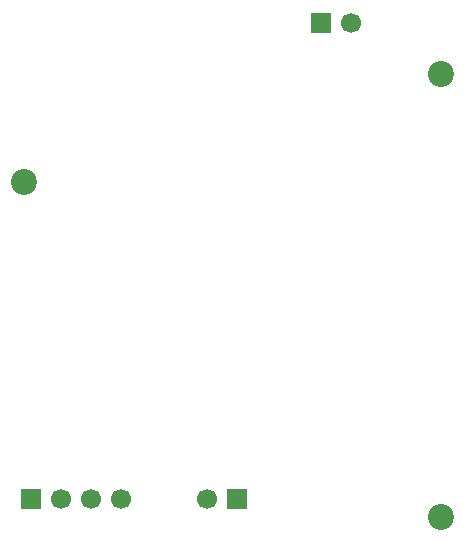
<source format=gbr>
%TF.GenerationSoftware,KiCad,Pcbnew,9.0.6*%
%TF.CreationDate,2025-12-31T00:22:08+05:30*%
%TF.ProjectId,c16qs-carrier-board,63313671-732d-4636-9172-726965722d62,rev?*%
%TF.SameCoordinates,Original*%
%TF.FileFunction,Soldermask,Bot*%
%TF.FilePolarity,Negative*%
%FSLAX46Y46*%
G04 Gerber Fmt 4.6, Leading zero omitted, Abs format (unit mm)*
G04 Created by KiCad (PCBNEW 9.0.6) date 2025-12-31 00:22:08*
%MOMM*%
%LPD*%
G01*
G04 APERTURE LIST*
%ADD10C,2.200000*%
%ADD11R,1.700000X1.700000*%
%ADD12C,1.700000*%
G04 APERTURE END LIST*
D10*
%TO.C,REF\u002A\u002A*%
X112500000Y-68850000D03*
%TD*%
D11*
%TO.C,J1*%
X137625000Y-55400000D03*
D12*
X140165000Y-55400000D03*
%TD*%
D11*
%TO.C,J2*%
X130550000Y-95700000D03*
D12*
X128010000Y-95700000D03*
%TD*%
D10*
%TO.C,REF\u002A\u002A*%
X147800000Y-97250000D03*
%TD*%
%TO.C,REF\u002A\u002A*%
X147800000Y-59700000D03*
%TD*%
D11*
%TO.C,J_UART1*%
X113080000Y-95700000D03*
D12*
X115620000Y-95700000D03*
X118160000Y-95700000D03*
X120700000Y-95700000D03*
%TD*%
M02*

</source>
